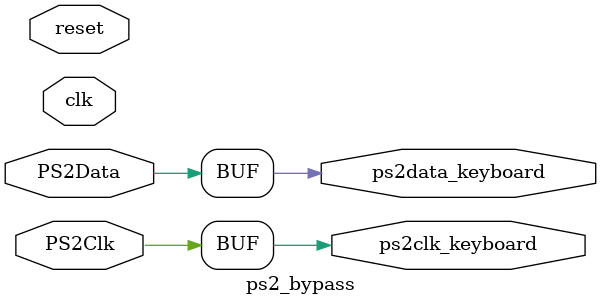
<source format=v>
module ps2_bypass (
    input clk,
    input reset,
    input  PS2Clk,   // 키보드로부터 오는 클럭 (C17)
    input  PS2Data,  // 키보드로부터 오는 데이터 (B17)
    output ps2clk_keyboard,  // 마스터 보드로 보낼 Pmod 핀
    output ps2data_keyboard  // 마스터 보드로 보낼 Pmod 핀
);
    // 단순히 입력 받은 신호를 그대로 출력으로 쏴줍니다.
    assign ps2clk_keyboard  = PS2Clk;
    assign ps2data_keyboard = PS2Data;
endmodule
</source>
